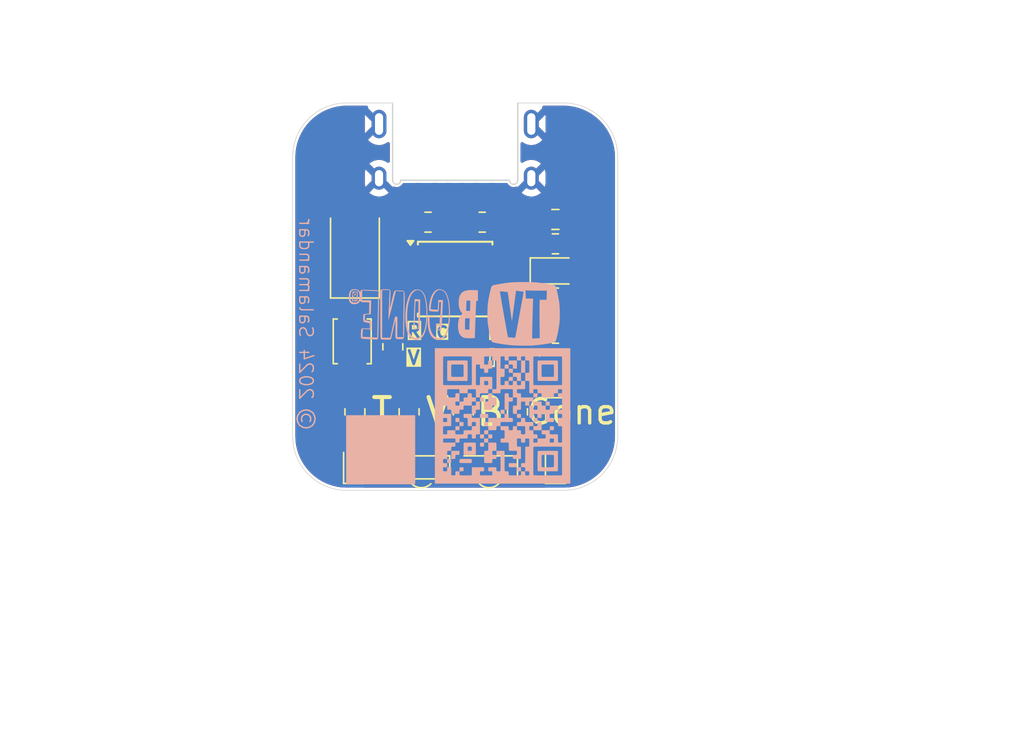
<source format=kicad_pcb>
(kicad_pcb (version 20241229) (generator "pcbnew") (generator_version "9.0")
  (layers (0 "F.Cu" signal) (2 "B.Cu" signal) (13 "F.Paste" user) (15 "B.Paste" user) (5 "F.SilkS" user "F.Silkscreen") (7 "B.SilkS" user "B.Silkscreen") (1 "F.Mask" user) (3 "B.Mask" user) (25 "Edge.Cuts" user))
  (net 0 "")
  (net 1 "Net-(D1-A)")
  (net 2 "+5V")
  (net 3 "GND")
  (net 4 "/MOSI_LEDs")
  (net 5 "Net-(U1-XTAL2{slash}PB4)")
  (net 6 "Net-(U1-XTAL1{slash}PB3)")
  (net 7 "/MISO")
  (net 8 "/~{RST}")
  (net 9 "/SCK_LED")
  (net 10 "Net-(J2-CC1)")
  (net 11 "Net-(J2-CC2)")
  (net 12 "Net-(Q5-B)")
  (net 13 "Net-(D2-A)")
  (net 14 "Net-(D3-A)")
  (net 15 "Net-(D4-A)")
  (net 16 "Net-(D5-A)")
  (net 17 "Net-(Q5-C)")
  (footprint "TestPoint:TestPoint_Pad_1.0x1.0mm" (layer "F.Cu") (at 102 61.4 -90)
    (property "Reference" "TP1" (hide yes))
    (property "Value" "MOSI" (hide yes))
    (pad "1" smd rect (at 0 0 270) (size 1 1) (layers "F.Cu" "F.Mask") (net 4 "/MOSI_LEDs"))
  )
  (footprint "Package_SO:SOIC-8W_5.3x5.3mm_P1.27mm" (layer "F.Cu") (at 100 57.4)
    (property "Reference" "U1" (hide yes))
    (property "Value" "ATtiny85V-10S")
    (pad "1" smd rect (at -3.65 -1.905) (size 1.7 0.65) (layers "F.Cu" "F.Mask" "F.Paste") (net 8 "/~{RST}"))
    (pad "2" smd rect (at -3.65 -0.635) (size 1.7 0.65) (layers "F.Cu" "F.Mask" "F.Paste") (net 6 "Net-(U1-XTAL1{slash}PB3)"))
    (pad "3" smd rect (at -3.65 0.635) (size 1.7 0.65) (layers "F.Cu" "F.Mask" "F.Paste") (net 5 "Net-(U1-XTAL2{slash}PB4)"))
    (pad "4" smd rect (at -3.65 1.905) (size 1.7 0.65) (layers "F.Cu" "F.Mask" "F.Paste") (net 3 "GND"))
    (pad "5" smd rect (at 3.65 1.905) (size 1.7 0.65) (layers "F.Cu" "F.Mask" "F.Paste") (net 4 "/MOSI_LEDs"))
    (pad "6" smd rect (at 3.65 0.635) (size 1.7 0.65) (layers "F.Cu" "F.Mask" "F.Paste") (net 7 "/MISO"))
    (pad "7" smd rect (at 3.65 -0.635) (size 1.7 0.65) (layers "F.Cu" "F.Mask" "F.Paste") (net 9 "/SCK_LED"))
    (pad "8" smd rect (at 3.65 -1.905) (size 1.7 0.65) (layers "F.Cu" "F.Mask" "F.Paste") (net 2 "+5V"))
  )
  (footprint "TestPoint:TestPoint_Pad_1.0x1.0mm" (layer "F.Cu") (at 100 61.4 -90)
    (property "Reference" "TP3" (hide yes))
    (property "Value" "SCK" (hide yes))
    (pad "1" smd rect (at 0 0 270) (size 1 1) (layers "F.Cu" "F.Mask") (net 9 "/SCK_LED"))
  )
  (footprint "TestPoint:TestPoint_Pad_1.0x1.0mm" (layer "F.Cu") (at 98 63.4 -90)
    (property "Reference" "TP5" (hide yes))
    (property "Value" "5V" (hide yes))
    (pad "1" smd rect (at 0 0 270) (size 1 1) (layers "F.Cu" "F.Mask") (net 2 "+5V"))
  )
  (footprint "LED_SMD:LED_0603_1608Metric" (layer "F.Cu") (at 107.4 71 90)
    (property "Reference" "D4" (hide yes))
    (property "Value" "LED")
    (pad "1" smd roundrect (at -0.7875 0 90) (size 0.875 0.95) (layers "F.Cu" "F.Mask" "F.Paste") (net 3 "GND"))
    (pad "2" smd roundrect (at 0.7875 0 90) (size 0.875 0.95) (layers "F.Cu" "F.Mask" "F.Paste") (net 15 "Net-(D4-A)"))
  )
  (footprint "LED_SMD:LED_0603_1608Metric" (layer "F.Cu") (at 92.5 71 90)
    (property "Reference" "D3" (hide yes))
    (property "Value" "LED")
    (pad "1" smd roundrect (at -0.7875 0 90) (size 0.875 0.95) (layers "F.Cu" "F.Mask" "F.Paste") (net 3 "GND"))
    (pad "2" smd roundrect (at 0.7875 0 90) (size 0.875 0.95) (layers "F.Cu" "F.Mask" "F.Paste") (net 14 "Net-(D3-A)"))
  )
  (footprint "LED_SMD:LED_0805_2012Metric_Pad1.15x1.40mm_HandSolder" (layer "F.Cu") (at 107.4 56.8)
    (property "Reference" "D1" (hide yes))
    (property "Value" "D")
    (pad "1" smd roundrect (at -1.025 0) (size 1.15 1.4) (layers "F.Cu" "F.Mask" "F.Paste") (roundrect_rratio 0.217391) (net 9 "/SCK_LED"))
    (pad "2" smd roundrect (at 1.025 0) (size 1.15 1.4) (layers "F.Cu" "F.Mask" "F.Paste") (roundrect_rratio 0.217391) (net 1 "Net-(D1-A)"))
  )
  (footprint "Crystal:Crystal_SMD_Abracon_ABM3-2Pin_5.0x3.2mm" (layer "F.Cu") (at 92.6 55.6 90)
    (property "Reference" "Y1" (hide yes))
    (property "Value" "8MHz")
    (pad "1" smd rect (at -2.05 0 90) (size 1.9 2.4) (layers "F.Cu" "F.Mask" "F.Paste") (net 5 "Net-(U1-XTAL2{slash}PB4)"))
    (pad "2" smd rect (at 2.05 0 90) (size 1.9 2.4) (layers "F.Cu" "F.Mask" "F.Paste") (net 6 "Net-(U1-XTAL1{slash}PB3)"))
  )
  (footprint "Package_TO_SOT_SMD:SOT-23" (layer "F.Cu") (at 107.4 64.6)
    (property "Reference" "Q5" (hide yes))
    (property "Value" "MMBT2907A")
    (pad "1" smd roundrect (at -0.9375 -0.95) (size 1.475 0.6) (layers "F.Cu" "F.Mask" "F.Paste") (net 12 "Net-(Q5-B)"))
    (pad "2" smd roundrect (at -0.9375 0.95) (size 1.475 0.6) (layers "F.Cu" "F.Mask" "F.Paste") (net 2 "+5V"))
    (pad "3" smd roundrect (at 0.9375 0) (size 1.475 0.6) (layers "F.Cu" "F.Mask" "F.Paste") (net 17 "Net-(Q5-C)"))
  )
  (footprint "tv-b-gone-c:LED_Wurth_15411494AA570" (layer "F.Cu") (at 102.5 71.2 180)
    (property "Reference" "D5" (hide yes))
    (property "Value" "LED")
    (pad "1" smd roundrect (at -1.5 -0.1 270) (size 1.4 0.8) (layers "F.Cu" "F.Mask" "F.Paste") (roundrect_rratio 0.15) (net 3 "GND"))
    (pad "2" smd roundrect (at 1.5 -0.1 270) (size 1.4 0.8) (layers "F.Cu" "F.Mask" "F.Paste") (roundrect_rratio 0.15) (net 16 "Net-(D5-A)"))
    (pad "NC" smd roundrect (at 0 0.3 180) (size 0.9 0.6) (layers "F.Cu" "F.Mask" "F.Paste") (roundrect_rratio 0.15))
  )
  (footprint "Resistor_SMD:R_0805_2012Metric_Pad1.20x1.40mm_HandSolder" (layer "F.Cu") (at 95.4 62.4 90)
    (property "Reference" "R4" (hide yes))
    (property "Value" "10k")
    (pad "1" smd roundrect (at -1 0 90) (size 1.2 1.4) (layers "F.Cu" "F.Mask" "F.Paste") (roundrect_rratio 0.208333) (net 2 "+5V"))
    (pad "2" smd roundrect (at 1 0 90) (size 1.2 1.4) (layers "F.Cu" "F.Mask" "F.Paste") (roundrect_rratio 0.208333) (net 8 "/~{RST}"))
  )
  (footprint "TestPoint:TestPoint_Pad_1.0x1.0mm" (layer "F.Cu") (at 98 61.4 -90)
    (property "Reference" "TP4" (hide yes))
    (property "Value" "~{RST}" (hide yes))
    (pad "1" smd rect (at 0 0 270) (size 1 1) (layers "F.Cu" "F.Mask") (net 8 "/~{RST}"))
  )
  (footprint "Capacitor_SMD:C_0805_2012Metric_Pad1.18x1.45mm_HandSolder" (layer "F.Cu") (at 107.4 53 180)
    (property "Reference" "C1" (hide yes))
    (property "Value" "100n")
    (pad "1" smd roundrect (at -1.0375 0 180) (size 1.175 1.45) (layers "F.Cu" "F.Mask" "F.Paste") (roundrect_rratio 0.212766) (net 2 "+5V"))
    (pad "2" smd roundrect (at 1.0375 0 180) (size 1.175 1.45) (layers "F.Cu" "F.Mask" "F.Paste") (roundrect_rratio 0.212766) (net 3 "GND"))
  )
  (footprint "Resistor_SMD:R_0805_2012Metric_Pad1.20x1.40mm_HandSolder" (layer "F.Cu") (at 107.4 58.8)
    (property "Reference" "R2" (hide yes))
    (property "Value" "10k")
    (pad "1" smd roundrect (at -1 0) (size 1.2 1.4) (layers "F.Cu" "F.Mask" "F.Paste") (roundrect_rratio 0.208333) (net 7 "/MISO"))
    (pad "2" smd roundrect (at 1 0) (size 1.2 1.4) (layers "F.Cu" "F.Mask" "F.Paste") (roundrect_rratio 0.208333) (net 3 "GND"))
  )
  (footprint "Resistor_SMD:R_0805_2012Metric_Pad1.20x1.40mm_HandSolder" (layer "F.Cu") (at 92.6 67.2 90)
    (property "Reference" "R7" (hide yes))
    (property "Value" "100")
    (pad "1" smd roundrect (at -1 0 90) (size 1.2 1.4) (layers "F.Cu" "F.Mask" "F.Paste") (roundrect_rratio 0.208333) (net 14 "Net-(D3-A)"))
    (pad "2" smd roundrect (at 1 0 90) (size 1.2 1.4) (layers "F.Cu" "F.Mask" "F.Paste") (roundrect_rratio 0.208333) (net 17 "Net-(Q5-C)"))
  )
  (footprint "Button_Switch_SMD:SW_SPST_B3U-1000P" (layer "F.Cu") (at 92.4 62 90)
    (property "Reference" "SW1" (hide yes))
    (property "Value" "SW_SPST")
    (pad "1" smd rect (at -1.7 0 90) (size 0.9 1.7) (layers "F.Cu" "F.Mask" "F.Paste") (net 2 "+5V"))
    (pad "2" smd rect (at 1.7 0 90) (size 0.9 1.7) (layers "F.Cu" "F.Mask" "F.Paste") (net 8 "/~{RST}"))
  )
  (footprint "Resistor_SMD:R_0805_2012Metric_Pad1.20x1.40mm_HandSolder" (layer "F.Cu") (at 107.4 61.4)
    (property "Reference" "R1" (hide yes))
    (property "Value" "100")
    (pad "1" smd roundrect (at -1 0) (size 1.2 1.4) (layers "F.Cu" "F.Mask" "F.Paste") (roundrect_rratio 0.208333) (net 4 "/MOSI_LEDs"))
    (pad "2" smd roundrect (at 1 0) (size 1.2 1.4) (layers "F.Cu" "F.Mask" "F.Paste") (roundrect_rratio 0.208333) (net 12 "Net-(Q5-B)"))
  )
  (footprint "Resistor_SMD:R_0805_2012Metric_Pad1.20x1.40mm_HandSolder" (layer "F.Cu") (at 107.4 54.8)
    (property "Reference" "R3" (hide yes))
    (property "Value" "min. 680")
    (pad "1" smd roundrect (at -1 0) (size 1.2 1.4) (layers "F.Cu" "F.Mask" "F.Paste") (roundrect_rratio 0.208333) (net 2 "+5V"))
    (pad "2" smd roundrect (at 1 0) (size 1.2 1.4) (layers "F.Cu" "F.Mask" "F.Paste") (roundrect_rratio 0.208333) (net 1 "Net-(D1-A)"))
  )
  (footprint "Resistor_SMD:R_0805_2012Metric_Pad1.20x1.40mm_HandSolder" (layer "F.Cu") (at 96.6 67.2 90)
    (property "Reference" "R8" (hide yes))
    (property "Value" "100")
    (pad "1" smd roundrect (at -1 0 90) (size 1.2 1.4) (layers "F.Cu" "F.Mask" "F.Paste") (roundrect_rratio 0.208333) (net 13 "Net-(D2-A)"))
    (pad "2" smd roundrect (at 1 0 90) (size 1.2 1.4) (layers "F.Cu" "F.Mask" "F.Paste") (roundrect_rratio 0.208333) (net 17 "Net-(Q5-C)"))
  )
  (footprint "Resistor_SMD:R_0805_2012Metric_Pad1.20x1.40mm_HandSolder" (layer "F.Cu") (at 98 53.2 180)
    (property "Reference" "R5" (hide yes))
    (property "Value" "5k1")
    (pad "1" smd roundrect (at -1 0 180) (size 1.2 1.4) (layers "F.Cu" "F.Mask" "F.Paste") (roundrect_rratio 0.208333) (net 11 "Net-(J2-CC2)"))
    (pad "2" smd roundrect (at 1 0 180) (size 1.2 1.4) (layers "F.Cu" "F.Mask" "F.Paste") (roundrect_rratio 0.208333) (net 3 "GND"))
  )
  (footprint "Resistor_SMD:R_0805_2012Metric_Pad1.20x1.40mm_HandSolder" (layer "F.Cu") (at 102 53.2)
    (property "Reference" "R6" (hide yes))
    (property "Value" "5k1")
    (pad "1" smd roundrect (at -1 0) (size 1.2 1.4) (layers "F.Cu" "F.Mask" "F.Paste") (roundrect_rratio 0.208333) (net 10 "Net-(J2-CC1)"))
    (pad "2" smd roundrect (at 1 0) (size 1.2 1.4) (layers "F.Cu" "F.Mask" "F.Paste") (roundrect_rratio 0.208333) (net 3 "GND"))
  )
  (footprint "TestPoint:TestPoint_Pad_1.0x1.0mm" (layer "F.Cu") (at 102 63.4 -90)
    (property "Reference" "TP2" (hide yes))
    (property "Value" "MISO" (hide yes))
    (pad "1" smd rect (at 0 0 270) (size 1 1) (layers "F.Cu" "F.Mask") (net 7 "/MISO"))
  )
  (footprint "TestPoint:TestPoint_Pad_1.0x1.0mm" (layer "F.Cu") (at 100 63.4 -90)
    (property "Reference" "TP6" (hide yes))
    (property "Value" "GND" (hide yes))
    (pad "1" smd rect (at 0 0 270) (size 1 1) (layers "F.Cu" "F.Mask") (net 3 "GND"))
  )
  (footprint "Resistor_SMD:R_0805_2012Metric_Pad1.20x1.40mm_HandSolder" (layer "F.Cu") (at 100.6 67.2 90)
    (property "Reference" "R9" (hide yes))
    (property "Value" "100")
    (pad "1" smd roundrect (at -1 0 90) (size 1.2 1.4) (layers "F.Cu" "F.Mask" "F.Paste") (roundrect_rratio 0.208333) (net 16 "Net-(D5-A)"))
    (pad "2" smd roundrect (at 1 0 90) (size 1.2 1.4) (layers "F.Cu" "F.Mask" "F.Paste") (roundrect_rratio 0.208333) (net 17 "Net-(Q5-C)"))
  )
  (footprint "tv-b-gone-c:USB4515-GF-A" (layer "F.Cu") (at 100 47.955 180)
    (property "Reference" "J2" (hide yes))
    (property "Value" "USB4515")
    (fp_line (start 4.62 -2.15) (end 4.62 3.55) (stroke (width 0.1)) (layer "Edge.Cuts"))
    (fp_line (start -4.02 -2.15) (end 4.02 -2.15) (stroke (width 0.1)) (layer "Edge.Cuts"))
    (fp_line (start -4.62 3.55) (end -4.62 -2.15) (stroke (width 0.1)) (layer "Edge.Cuts"))
    (fp_arc (start 4.02 -2.15) (mid 4.32 -2.45) (end 4.62 -2.15) (stroke (width 0.1)) (layer "Edge.Cuts"))
    (fp_arc (start -4.62 -2.15) (mid -4.32 -2.45) (end -4.02 -2.15) (stroke (width 0.1)) (layer "Edge.Cuts"))
    (pad "A5" smd roundrect (at -0.5 -2.95 180) (size 0.7 1.2) (layers "F.Cu" "F.Mask" "F.Paste") (net 10 "Net-(J2-CC1)"))
    (pad "A9" smd roundrect (at 1.52 -2.95 180) (size 0.76 1.2) (layers "F.Cu" "F.Mask" "F.Paste") (net 2 "+5V"))
    (pad "A12" smd roundrect (at 2.75 -2.95 180) (size 0.8 1.2) (layers "F.Cu" "F.Mask" "F.Paste") (net 3 "GND"))
    (pad "B5" smd roundrect (at 0.5 -2.95 180) (size 0.7 1.2) (layers "F.Cu" "F.Mask" "F.Paste") (net 11 "Net-(J2-CC2)"))
    (pad "B9" smd roundrect (at -1.52 -2.95 180) (size 0.76 1.2) (layers "F.Cu" "F.Mask" "F.Paste") (net 2 "+5V"))
    (pad "B12" smd roundrect (at -2.75 -2.95 180) (size 0.8 1.2) (layers "F.Cu" "F.Mask" "F.Paste") (net 3 "GND"))
    (pad "S1" thru_hole oval (at -5.62 -2 180) (size 1.1 1.7) (drill oval 0.6 1.2) (layers "*.Cu" "*.Mask") (net 3 "GND"))
    (pad "S1" thru_hole oval (at -5.62 2 180) (size 1.1 2.1) (drill oval 0.6 1.6) (layers "*.Cu" "*.Mask") (net 3 "GND"))
    (pad "S1" thru_hole oval (at 5.62 -2 180) (size 1.1 1.7) (drill oval 0.6 1.2) (layers "*.Cu" "*.Mask") (net 3 "GND"))
    (pad "S1" thru_hole oval (at 5.62 2 180) (size 1.1 2.1) (drill oval 0.6 1.6) (layers "*.Cu" "*.Mask") (net 3 "GND"))
  )
  (footprint "Resistor_SMD:R_0805_2012Metric_Pad1.20x1.40mm_HandSolder" (layer "F.Cu") (at 104.6 67.2 90)
    (property "Reference" "R10" (hide yes))
    (property "Value" "100")
    (pad "1" smd roundrect (at -1 0 90) (size 1.2 1.4) (layers "F.Cu" "F.Mask" "F.Paste") (roundrect_rratio 0.208333) (net 15 "Net-(D4-A)"))
    (pad "2" smd roundrect (at 1 0 90) (size 1.2 1.4) (layers "F.Cu" "F.Mask" "F.Paste") (roundrect_rratio 0.208333) (net 17 "Net-(Q5-C)"))
  )
  (footprint "tv-b-gone-c:LED_Wurth_15411494AA570" (layer "F.Cu") (at 97.5 71.2 180)
    (property "Reference" "D2" (hide yes))
    (property "Value" "LED")
    (pad "1" smd roundrect (at -1.5 -0.1 270) (size 1.4 0.8) (layers "F.Cu" "F.Mask" "F.Paste") (roundrect_rratio 0.15) (net 3 "GND"))
    (pad "2" smd roundrect (at 1.5 -0.1 270) (size 1.4 0.8) (layers "F.Cu" "F.Mask" "F.Paste") (roundrect_rratio 0.15) (net 13 "Net-(D2-A)"))
    (pad "NC" smd roundrect (at 0 0.3 180) (size 0.9 0.6) (layers "F.Cu" "F.Mask" "F.Paste") (roundrect_rratio 0.15))
  )
  (footprint "LOGO" (layer "B.Cu") (at 103.5 67.5 180)
    (property "Reference" "G***" (hide yes))
    (property "Value" "LOGO" (hide yes))
  )
  (footprint "LOGO" (layer "B.Cu") (at 100 60 180)
    (property "Reference" "G***" (hide yes))
    (property "Value" "LOGO" (hide yes))
  )
  (gr_rect (start 92 67.5) (end 97 72.5) (stroke (width 0.1)) (fill yes) (layer "B.SilkS"))
  (gr_arc (start 92 73) (mid 89.171573 71.828427) (end 88 69) (stroke (width 0.05)) (layer "Edge.Cuts"))
  (gr_arc (start 112 69) (mid 110.828427 71.828427) (end 108 73) (stroke (width 0.05)) (layer "Edge.Cuts"))
  (gr_line (start 92 73) (end 108 73) (stroke (width 0.05)) (layer "Edge.Cuts"))
  (gr_line (start 112 69) (end 112 48.4) (stroke (width 0.05)) (layer "Edge.Cuts"))
  (gr_line (start 95.38 44.405) (end 92 44.4) (stroke (width 0.05)) (layer "Edge.Cuts"))
  (gr_line (start 104.62 44.405) (end 108 44.4) (stroke (width 0.05)) (layer "Edge.Cuts"))
  (gr_arc (start 88 48.4) (mid 89.171573 45.571573) (end 92 44.4) (stroke (width 0.05)) (layer "Edge.Cuts"))
  (gr_line (start 88 48.4) (end 88 69) (stroke (width 0.05)) (layer "Edge.Cuts"))
  (gr_arc (start 108 44.4) (mid 110.828427 45.571573) (end 112 48.4) (stroke (width 0.05)) (layer "Edge.Cuts"))
  (gr_text "T" (at 94.6 67.2 0) (layer "F.SilkS") (effects (font (size 2 2) (thickness 0.3) (bold yes))))
  (gr_text "C" (at 99.575 61.8 0) (layer "F.SilkS" knockout) (effects (font (size 0.8 0.8) (thickness 0.2) (bold yes)) (justify right bottom)))
  (gr_text "V" (at 97.5 63.8 0) (layer "F.SilkS" knockout) (effects (font (size 1 1) (thickness 0.2) (bold yes)) (justify right bottom)))
  (gr_text "O" (at 103.05 61.825 0) (layer "F.SilkS" knockout) (effects (font (size 1 1) (thickness 0.2) (bold yes)) (justify bottom)))
  (gr_text "B" (at 102.6 67.2 0) (layer "F.SilkS") (effects (font (size 2 2) (thickness 0.3))))
  (gr_text "I" (at 102.725 63.825 0) (layer "F.SilkS" knockout) (effects (font (size 1 1) (thickness 0.2) (bold yes)) (justify bottom)))
  (gr_text "R" (at 97.6 61.825 0) (layer "F.SilkS" knockout) (effects (font (size 1 1) (thickness 0.2) (bold yes)) (justify right bottom)))
  (gr_text "Gone" (at 108.6 67.2 0) (layer "F.SilkS") (effects (font (size 1.8 1.8) (thickness 0.25) (bold yes))))
  (gr_text "V" (at 98.7 67.2 0) (layer "F.SilkS") (effects (font (size 2 2) (thickness 0.3) (bold yes))))
  (gr_text "©" (at 89.6 66.8 90) (layer "B.SilkS") (effects (font (size 1 1) (thickness 0.1)) (justify left bottom mirror)))
  (gr_text "2024 Salamandar " (at 88.4 66.4 -90) (layer "B.SilkS") (effects (font (size 1 1) (thickness 0.1)) (justify left bottom mirror)))
  (segment (start 108.425 56.8) (end 108.425 54.825) (width 0.4) (layer "F.Cu") (net 1))
  (segment (start 108.425 54.825) (end 108.4 54.8) (width 0.4) (layer "F.Cu") (net 1))
  (segment (start 104.8 54.8) (end 106.4 54.8) (width 0.4) (layer "F.Cu") (net 2))
  (segment (start 99 62.4) (end 99 58.6) (width 0.4) (layer "F.Cu") (net 2))
  (segment (start 92.4 63.7) (end 95.1 63.7) (width 0.4) (layer "F.Cu") (net 2))
  (segment (start 109.45 65.55) (end 106.4625 65.55) (width 0.4) (layer "F.Cu") (net 2))
  (segment (start 98 53.926166) (end 98 52.473834) (width 0.4) (layer "F.Cu") (net 2))
  (segment (start 107.8 60) (end 109.075 60) (width 0.4) (layer "F.Cu") (net 2))
  (segment (start 102.105 55.495) (end 102.105 54.778834) (width 0.4) (layer "F.Cu") (net 2))
  (segment (start 109.075 60) (end 109.875 60.8) (width 0.4) (layer "F.Cu") (net 2))
  (segment (start 102 52.473834) (end 102 53.926166) (width 0.4) (layer "F.Cu") (net 2))
  (segment (start 103.65 55.495) (end 104.105 55.495) (width 0.4) (layer "F.Cu") (net 2))
  (segment (start 101.52 50.905) (end 101.52 51.993834) (width 0.4) (layer "F.Cu") (net 2))
  (segment (start 102.105 54.778834) (end 101.626166 54.3) (width 0.4) (layer "F.Cu") (net 2))
  (segment (start 98 63.4) (end 99 62.4) (width 0.4) (layer "F.Cu") (net 2))
  (segment (start 109.875 60.8) (end 109.875 65.125) (width 0.4) (layer "F.Cu") (net 2))
  (segment (start 102.105 55.495) (end 103.65 55.495) (width 0.4) (layer "F.Cu") (net 2))
  (segment (start 106.4 54.8) (end 107.4 55.8) (width 0.4) (layer "F.Cu") (net 2))
  (segment (start 98.373834 54.3) (end 101.626166 54.3) (width 0.4) (layer "F.Cu") (net 2))
  (segment (start 99 58.6) (end 102.105 55.495) (width 0.4) (layer "F.Cu") (net 2))
  (segment (start 107.4 55.8) (end 107.4 59.6) (width 0.4) (layer "F.Cu") (net 2))
  (segment (start 101.626166 54.3) (end 102 53.926166) (width 0.4) (layer "F.Cu") (net 2))
  (segment (start 107.4 59.6) (end 107.8 60) (width 0.4) (layer "F.Cu") (net 2))
  (segment (start 104.105 55.495) (end 104.8 54.8) (width 0.4) (layer "F.Cu") (net 2))
  (segment (start 95.1 63.7) (end 95.4 63.4) (width 0.4) (layer "F.Cu") (net 2))
  (segment (start 98.48 50.905) (end 98.48 51.993834) (width 0.4) (layer "F.Cu") (net 2))
  (segment (start 98 63.4) (end 95.4 63.4) (width 0.4) (layer "F.Cu") (net 2))
  (segment (start 98.48 51.993834) (end 98 52.473834) (width 0.4) (layer "F.Cu") (net 2))
  (segment (start 101.52 51.993834) (end 102 52.473834) (width 0.4) (layer "F.Cu") (net 2))
  (segment (start 98.373834 54.3) (end 98 53.926166) (width 0.4) (layer "F.Cu") (net 2))
  (segment (start 109.875 65.125) (end 109.45 65.55) (width 0.4) (layer "F.Cu") (net 2))
  (segment (start 102.75 50.905) (end 102.75 52.95) (width 0.4) (layer "F.Cu") (net 3))
  (segment (start 102.75 52.95) (end 103 53.2) (width 0.4) (layer "F.Cu") (net 3))
  (segment (start 97.25 50.905) (end 97.25 52.95) (width 0.4) (layer "F.Cu") (net 3))
  (segment (start 97.25 52.95) (end 97 53.2) (width 0.4) (layer "F.Cu") (net 3))
  (segment (start 103.65 59.305) (end 104.305 59.305) (width 0.4) (layer "F.Cu") (net 4))
  (segment (start 102 61.4) (end 102 60) (width 0.4) (layer "F.Cu") (net 4))
  (segment (start 102 60) (end 102.695 59.305) (width 0.4) (layer "F.Cu") (net 4))
  (segment (start 102.695 59.305) (end 103.65 59.305) (width 0.4) (layer "F.Cu") (net 4))
  (segment (start 104.305 59.305) (end 106.4 61.4) (width 0.4) (layer "F.Cu") (net 4))
  (segment (start 96.35 58.035) (end 92.985 58.035) (width 0.4) (layer "F.Cu") (net 5))
  (segment (start 92.985 58.035) (end 92.6 57.65) (width 0.4) (layer "F.Cu") (net 5))
  (segment (start 95.815 56.765) (end 92.6 53.55) (width 0.4) (layer "F.Cu") (net 6))
  (segment (start 96.35 56.765) (end 95.815 56.765) (width 0.4) (layer "F.Cu") (net 6))
  (segment (start 101 59.6) (end 102.565 58.035) (width 0.4) (layer "F.Cu") (net 7))
  (segment (start 105.73 58.8) (end 106.4 58.8) (width 0.4) (layer "F.Cu") (net 7))
  (segment (start 104.965 58.035) (end 105.73 58.8) (width 0.4) (layer "F.Cu") (net 7))
  (segment (start 102.565 58.035) (end 103.65 58.035) (width 0.4) (layer "F.Cu") (net 7))
  (segment (start 102 63.4) (end 101 62.4) (width 0.4) (layer "F.Cu") (net 7))
  (segment (start 103.65 58.035) (end 104.965 58.035) (width 0.4) (layer "F.Cu") (net 7))
  (segment (start 101 62.4) (end 101 59.6) (width 0.4) (layer "F.Cu") (net 7))
  (segment (start 97.055 55.495) (end 96.35 55.495) (width 0.4) (layer "F.Cu") (net 8))
  (segment (start 98 61.4) (end 95.4 61.4) (width 0.4) (layer "F.Cu") (net 8))
  (segment (start 92.4 60.3) (end 94.3 60.3) (width 0.4) (layer "F.Cu") (net 8))
  (segment (start 98 56.44) (end 97.055 55.495) (width 0.4) (layer "F.Cu") (net 8))
  (segment (start 98 61.4) (end 98 56.44) (width 0.4) (layer "F.Cu") (net 8))
  (segment (start 94.3 60.3) (end 95.4 61.4) (width 0.4) (layer "F.Cu") (net 8))
  (segment (start 100 61.4) (end 100 59.165) (width 0.4) (layer "F.Cu") (net 9))
  (segment (start 106.34 56.765) (end 106.375 56.8) (width 0.4) (layer "F.Cu") (net 9))
  (segment (start 103.65 56.765) (end 106.34 56.765) (width 0.4) (layer "F.Cu") (net 9))
  (segment (start 100 59.165) (end 102.4 56.765) (width 0.4) (layer "F.Cu") (net 9))
  (segment (start 102.4 56.765) (end 103.65 56.765) (width 0.4) (layer "F.Cu") (net 9))
  (segment (start 100.5 52.7) (end 101 53.2) (width 0.4) (layer "F.Cu") (net 10))
  (segment (start 100.5 50.905) (end 100.5 52.7) (width 0.4) (layer "F.Cu") (net 10))
  (segment (start 99.5 50.905) (end 99.5 52.7) (width 0.4) (layer "F.Cu") (net 11))
  (segment (start 99.5 52.7) (end 99 53.2) (width 0.4) (layer "F.Cu") (net 11))
  (segment (start 108.4 63.2) (end 108.4 61.4) (width 0.4) (layer "F.Cu") (net 12))
  (segment (start 107.95 63.65) (end 108.4 63.2) (width 0.4) (layer "F.Cu") (net 12))
  (segment (start 106.4625 63.65) (end 107.95 63.65) (width 0.4) (layer "F.Cu") (net 12))
  (segment (start 96 71.3) (end 96 68.8) (width 0.4) (layer "F.Cu") (net 13))
  (segment (start 96 68.8) (end 96.6 68.2) (width 0.4) (layer "F.Cu") (net 13))
  (segment (start 92.5 68.3) (end 92.6 68.2) (width 0.4) (layer "F.Cu") (net 14))
  (segment (start 92.5 69.8125) (end 92.5 68.3) (width 0.4) (layer "F.Cu") (net 14))
  (segment (start 104.6 68.2) (end 106.6125 70.2125) (width 0.4) (layer "F.Cu") (net 15))
  (segment (start 106.6125 70.2125) (end 107.4 70.2125) (width 0.4) (layer "F.Cu") (net 15))
  (segment (start 101 71.3) (end 101 68.6) (width 0.4) (layer "F.Cu") (net 16))
  (segment (start 101 68.6) (end 100.6 68.2) (width 0.4) (layer "F.Cu") (net 16))
  (segment (start 100.6 66.2) (end 96.6 66.2) (width 0.4) (layer "F.Cu") (net 17))
  (segment (start 105 64.6) (end 108.3375 64.6) (width 0.4) (layer "F.Cu") (net 17))
  (segment (start 96.6 66.2) (end 92.6 66.2) (width 0.4) (layer "F.Cu") (net 17))
  (segment (start 105 66.2) (end 100.6 66.2) (width 0.4) (layer "F.Cu") (net 17))
  (segment (start 104.6 66.2) (end 104.6 65) (width 0.4) (layer "F.Cu") (net 17))
  (segment (start 105 66.2) (end 104.6 66.2) (width 0.4) (layer "F.Cu") (net 17))
  (segment (start 104.6 65) (end 105 64.6) (width 0.4) (layer "F.Cu") (net 17))
  (zone (net 3) (net_name "GND") (layers "F.Cu" "B.Cu") (connect_pads (clearance 0.5)) (min_thickness 0.25) (fill yes (thermal_gap 0.5) (thermal_bridge_width 0.5))
    (polygon (pts (xy 70.4 36.8) (xy 142 39) (xy 141.8 91) (xy 66.4 87.6)))
  )
)
</source>
